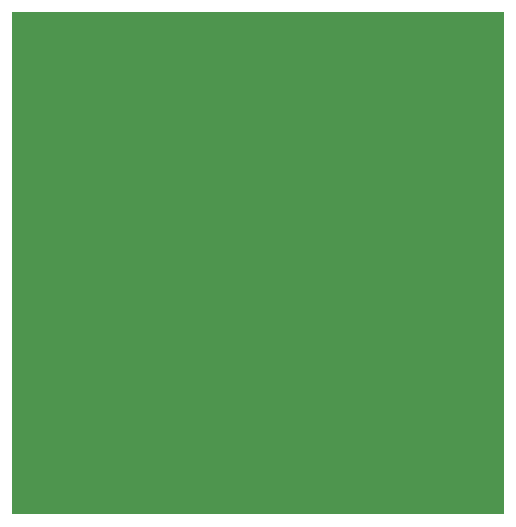
<source format=gbl>
G04 ===== Begin FILE IDENTIFICATION =====*
G04 File Format:  Gerber RS274X*
G04 ===== End FILE IDENTIFICATION =====*
%FSLAX24Y24*%
%MOIN*%
%SFA1.0000B1.0000*%
%OFA0.0B0.0*%
%ADD14R,1.640000X1.675000*%
%LNcond2*%
%IPPOS*%
%LPD*%
G75*
D14*
X-2950Y-825D03*
M02*


</source>
